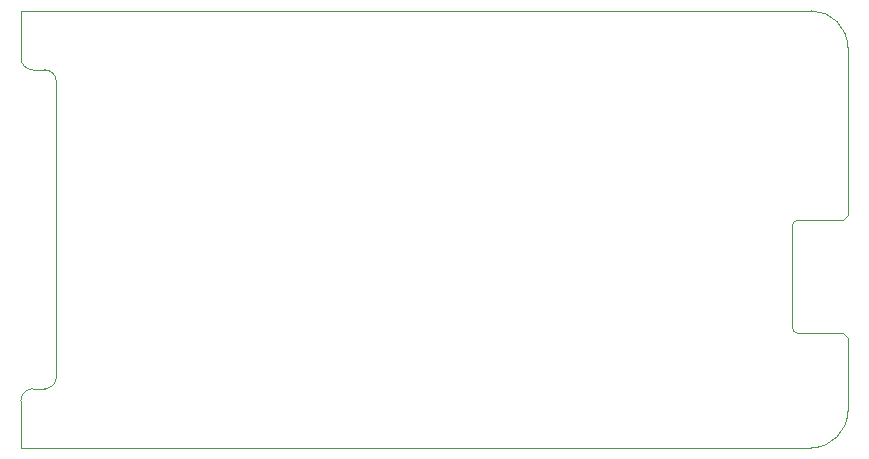
<source format=gbr>
%TF.GenerationSoftware,KiCad,Pcbnew,8.0.3*%
%TF.CreationDate,2024-09-21T22:38:29+02:00*%
%TF.ProjectId,Battery_pack,42617474-6572-4795-9f70-61636b2e6b69,1.0*%
%TF.SameCoordinates,Original*%
%TF.FileFunction,Profile,NP*%
%FSLAX46Y46*%
G04 Gerber Fmt 4.6, Leading zero omitted, Abs format (unit mm)*
G04 Created by KiCad (PCBNEW 8.0.3) date 2024-09-21 22:38:29*
%MOMM*%
%LPD*%
G01*
G04 APERTURE LIST*
%TA.AperFunction,Profile*%
%ADD10C,0.050000*%
%TD*%
G04 APERTURE END LIST*
D10*
X103000000Y-129500000D02*
X103000000Y-133500000D01*
X173000000Y-99600000D02*
X173000000Y-113810000D01*
X169900000Y-96500000D02*
G75*
G02*
X173000000Y-99600000I0J-3100000D01*
G01*
X105000000Y-128500000D02*
X104000000Y-128500000D01*
X104000000Y-101500000D02*
G75*
G02*
X103000000Y-100500000I0J1000000D01*
G01*
X104000000Y-101500000D02*
X105000000Y-101500000D01*
X106000000Y-127500000D02*
G75*
G02*
X105000000Y-128500000I-1000000J0D01*
G01*
X106000000Y-102500000D02*
X106000000Y-127500000D01*
X103000000Y-129500000D02*
G75*
G02*
X104000000Y-128500000I1000000J0D01*
G01*
X173000000Y-130400000D02*
X173000000Y-124210000D01*
X173000000Y-130400000D02*
G75*
G02*
X169900000Y-133500000I-3100000J0D01*
G01*
X103000000Y-133500000D02*
X169900000Y-133500000D01*
X169900000Y-96500000D02*
X103000000Y-96500000D01*
X103000000Y-96500000D02*
X103000000Y-100500000D01*
X105000000Y-101500000D02*
G75*
G02*
X106000000Y-102500000I0J-1000000D01*
G01*
%TO.C,J601*%
X168300200Y-123310000D02*
X168300000Y-114710000D01*
X168800000Y-114210000D02*
X172610000Y-114212000D01*
X172605600Y-123808000D02*
X168800000Y-123810000D01*
X172605600Y-123808000D02*
X173000000Y-124210000D01*
X172610000Y-114212000D02*
X173000000Y-113812000D01*
X168300000Y-114710000D02*
G75*
G02*
X168800000Y-114210000I500000J0D01*
G01*
X168800000Y-123810000D02*
G75*
G02*
X168300000Y-123310000I1J500001D01*
G01*
%TD*%
M02*

</source>
